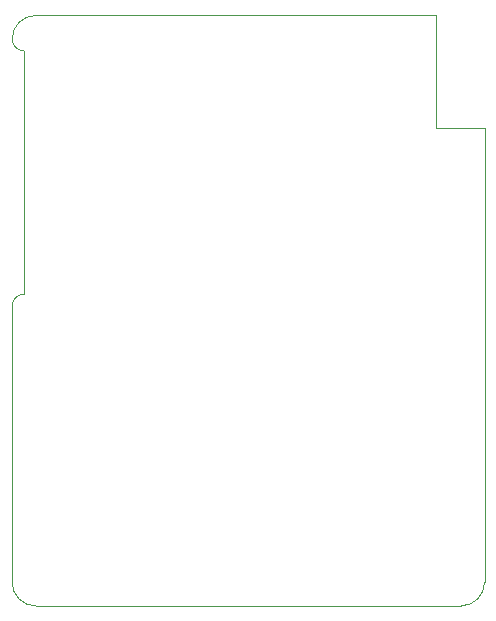
<source format=gbr>
%TF.GenerationSoftware,KiCad,Pcbnew,(5.1.6-0-10_14)*%
%TF.CreationDate,2020-11-30T17:01:27+08:00*%
%TF.ProjectId,Quadrotor,51756164-726f-4746-9f72-2e6b69636164,rev?*%
%TF.SameCoordinates,Original*%
%TF.FileFunction,Profile,NP*%
%FSLAX46Y46*%
G04 Gerber Fmt 4.6, Leading zero omitted, Abs format (unit mm)*
G04 Created by KiCad (PCBNEW (5.1.6-0-10_14)) date 2020-11-30 17:01:27*
%MOMM*%
%LPD*%
G01*
G04 APERTURE LIST*
%TA.AperFunction,Profile*%
%ADD10C,0.050000*%
%TD*%
G04 APERTURE END LIST*
D10*
X135900000Y-109500000D02*
X135900000Y-100000000D01*
X140000000Y-109500000D02*
X135900000Y-109500000D01*
X100000000Y-124600000D02*
G75*
G02*
X101000000Y-123600000I1000000J0D01*
G01*
X101000000Y-103000000D02*
X101000000Y-123600000D01*
X101000000Y-103000000D02*
G75*
G02*
X100000000Y-102000000I0J1000000D01*
G01*
X102000000Y-150000000D02*
G75*
G02*
X100000000Y-148000000I0J2000000D01*
G01*
X140000000Y-148000000D02*
G75*
G02*
X138000000Y-150000000I-2000000J0D01*
G01*
X100000000Y-102000000D02*
G75*
G02*
X102000000Y-100000000I2000000J0D01*
G01*
X100000000Y-148000000D02*
X100000000Y-124600000D01*
X138000000Y-150000000D02*
X102000000Y-150000000D01*
X140000000Y-109500000D02*
X140000000Y-148000000D01*
X102000000Y-100000000D02*
X135900000Y-100000000D01*
M02*

</source>
